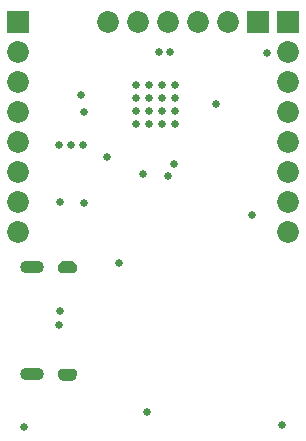
<source format=gbs>
%TF.GenerationSoftware,Altium Limited,Altium Designer,23.2.1 (34)*%
G04 Layer_Color=16711935*
%FSLAX45Y45*%
%MOMM*%
%TF.SameCoordinates,A812FC76-EFF7-42A6-A9F1-56CA2D28D9A5*%
%TF.FilePolarity,Negative*%
%TF.FileFunction,Soldermask,Bot*%
%TF.Part,Single*%
G01*
G75*
%TA.AperFunction,SMDPad,CuDef*%
%ADD20C,0.90000*%
%TA.AperFunction,ComponentPad*%
G04:AMPARAMS|DCode=32|XSize=1.1mm|YSize=2.05mm|CornerRadius=0.55mm|HoleSize=0mm|Usage=FLASHONLY|Rotation=270.000|XOffset=0mm|YOffset=0mm|HoleType=Round|Shape=RoundedRectangle|*
%AMROUNDEDRECTD32*
21,1,1.10000,0.95000,0,0,270.0*
21,1,0.00000,2.05000,0,0,270.0*
1,1,1.10000,-0.47500,0.00000*
1,1,1.10000,-0.47500,0.00000*
1,1,1.10000,0.47500,0.00000*
1,1,1.10000,0.47500,0.00000*
%
%ADD32ROUNDEDRECTD32*%
G04:AMPARAMS|DCode=33|XSize=0.6mm|YSize=1.15mm|CornerRadius=0.3mm|HoleSize=0mm|Usage=FLASHONLY|Rotation=270.000|XOffset=0mm|YOffset=0mm|HoleType=Round|Shape=RoundedRectangle|*
%AMROUNDEDRECTD33*
21,1,0.60000,0.55000,0,0,270.0*
21,1,0.00000,1.15000,0,0,270.0*
1,1,0.60000,-0.27500,0.00000*
1,1,0.60000,-0.27500,0.00000*
1,1,0.60000,0.27500,0.00000*
1,1,0.60000,0.27500,0.00000*
%
%ADD33ROUNDEDRECTD33*%
%ADD58C,1.85000*%
%ADD59R,1.85000X1.85000*%
%ADD60R,1.85000X1.85000*%
%TA.AperFunction,ViaPad*%
%ADD61C,0.65000*%
G36*
X653999Y-3065700D02*
X659433Y-3069496D01*
X668184Y-3079452D01*
X674320Y-3091201D01*
X677489Y-3104073D01*
X677500Y-3110700D01*
Y-3121640D01*
X669126Y-3141855D01*
X653655Y-3157327D01*
X633440Y-3165700D01*
X567500D01*
Y-3165700D01*
X556560Y-3165700D01*
X536345Y-3157327D01*
X520873Y-3141855D01*
X512500Y-3121640D01*
Y-3110700D01*
X512510Y-3104073D01*
X515679Y-3091201D01*
X521815Y-3079452D01*
X530567Y-3069496D01*
X536000Y-3065700D01*
X654000Y-3065700D01*
X653999Y-3065700D01*
D02*
G37*
G36*
X622500Y-2151700D02*
X633440D01*
X653655Y-2160073D01*
X669126Y-2175545D01*
X677500Y-2195760D01*
Y-2206700D01*
X677489Y-2213328D01*
X674320Y-2226199D01*
X668184Y-2237949D01*
X659433Y-2247905D01*
X653999Y-2251700D01*
X536000Y-2251700D01*
X530567Y-2247904D01*
X521815Y-2237949D01*
X515679Y-2226199D01*
X512510Y-2213328D01*
X512500Y-2206700D01*
Y-2195760D01*
X520873Y-2175545D01*
X536345Y-2160074D01*
X556560Y-2151700D01*
X567500Y-2151701D01*
Y-2151700D01*
X622500Y-2151700D01*
D02*
G37*
G36*
X654000Y-2251700D02*
X653999D01*
D01*
X654000D01*
D02*
G37*
D20*
X595000Y-2201700D02*
D03*
Y-3115700D02*
D03*
D32*
X295000Y-2206700D02*
D03*
Y-3110700D02*
D03*
D33*
X595000Y-2206700D02*
D03*
Y-3110700D02*
D03*
D58*
X2463800Y-1905000D02*
D03*
Y-1651000D02*
D03*
Y-381000D02*
D03*
Y-635000D02*
D03*
Y-889000D02*
D03*
Y-1143000D02*
D03*
Y-1397000D02*
D03*
X177800Y-1905000D02*
D03*
Y-1651000D02*
D03*
Y-381000D02*
D03*
Y-635000D02*
D03*
Y-889000D02*
D03*
Y-1143000D02*
D03*
Y-1397000D02*
D03*
X937260Y-127000D02*
D03*
X1191260D02*
D03*
X1445260D02*
D03*
X1699260D02*
D03*
X1953260D02*
D03*
D59*
X2463800D02*
D03*
X177800D02*
D03*
D60*
X2207260D02*
D03*
D61*
X533400Y-2578100D02*
D03*
X525780Y-2692400D02*
D03*
X1501770Y-990500D02*
D03*
X1391770D02*
D03*
X1281770D02*
D03*
X1171770D02*
D03*
X1501770Y-880500D02*
D03*
X1391770D02*
D03*
X1281770D02*
D03*
X1171770D02*
D03*
X1501770Y-770500D02*
D03*
X1391770D02*
D03*
X1281770D02*
D03*
X1171770D02*
D03*
X1501770Y-660500D02*
D03*
X1391770D02*
D03*
X1281770D02*
D03*
X1171770D02*
D03*
X1371600Y-381000D02*
D03*
X1460500D02*
D03*
X2413000Y-3543300D02*
D03*
X1854200Y-825500D02*
D03*
X1270000Y-3429000D02*
D03*
X228600Y-3556000D02*
D03*
X1028700Y-2171700D02*
D03*
X736600Y-889000D02*
D03*
X711200Y-749300D02*
D03*
X723900Y-1168400D02*
D03*
X622300D02*
D03*
X520700D02*
D03*
X736600Y-1663700D02*
D03*
X533400Y-1651000D02*
D03*
X1234440Y-1420380D02*
D03*
X1447800Y-1435100D02*
D03*
X1498600Y-1333500D02*
D03*
X2159000Y-1765300D02*
D03*
X927100Y-1270000D02*
D03*
X2286000Y-393700D02*
D03*
%TF.MD5,6a8f6f45ab23b0379ee5fe2958d25626*%
M02*

</source>
